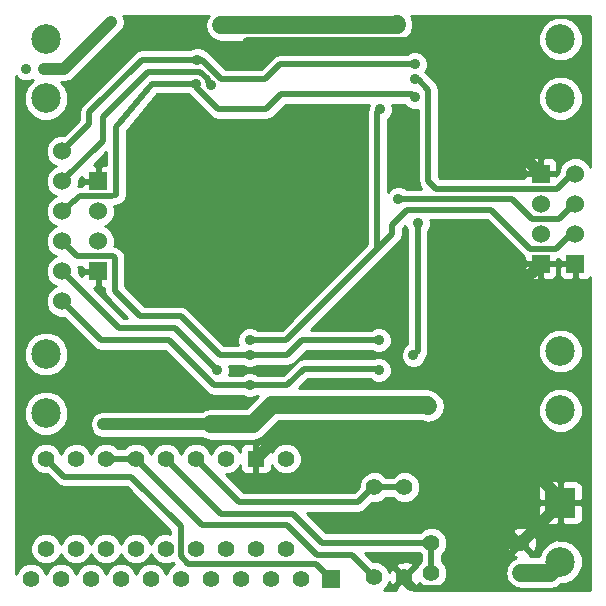
<source format=gbl>
G04 (created by PCBNEW (2013-mar-13)-testing) date Thu 06 Mar 2014 12:46:27 CET*
%MOIN*%
G04 Gerber Fmt 3.4, Leading zero omitted, Abs format*
%FSLAX34Y34*%
G01*
G70*
G90*
G04 APERTURE LIST*
%ADD10C,0.005906*%
%ADD11C,0.055000*%
%ADD12R,0.055000X0.055000*%
%ADD13R,0.060000X0.060000*%
%ADD14C,0.060000*%
%ADD15C,0.098425*%
%ADD16R,0.098425X0.098425*%
%ADD17C,0.035000*%
%ADD18C,0.019685*%
%ADD19C,0.039370*%
%ADD20C,0.059055*%
%ADD21C,0.010000*%
G04 APERTURE END LIST*
G54D10*
G54D11*
X37250Y-34000D03*
G54D12*
X36250Y-34000D03*
G54D11*
X35250Y-34000D03*
X34250Y-34000D03*
X33250Y-34000D03*
X32250Y-34000D03*
X31250Y-34000D03*
X30250Y-34000D03*
X29250Y-34000D03*
X29250Y-37000D03*
X30250Y-37000D03*
X31250Y-37000D03*
X32250Y-37000D03*
X33250Y-37000D03*
X34250Y-37000D03*
X35250Y-37000D03*
X36250Y-37000D03*
X37250Y-37000D03*
X37750Y-38000D03*
X36750Y-38000D03*
X35750Y-38000D03*
X34750Y-38000D03*
X33750Y-38000D03*
X32750Y-38000D03*
X31750Y-38000D03*
X30750Y-38000D03*
X29750Y-38000D03*
X28750Y-38000D03*
G54D13*
X46900Y-27500D03*
G54D14*
X46900Y-26500D03*
G54D11*
X42100Y-37800D03*
X45100Y-37800D03*
X42100Y-36800D03*
X45100Y-36800D03*
X41200Y-34950D03*
X41200Y-37950D03*
X40200Y-37950D03*
X40200Y-34950D03*
G54D15*
X29250Y-32484D03*
X29250Y-30515D03*
X46400Y-30415D03*
X46400Y-32384D03*
X46400Y-20015D03*
X46400Y-21984D03*
X29250Y-21984D03*
X29250Y-20015D03*
G54D14*
X46900Y-24500D03*
X46900Y-25500D03*
X29800Y-23750D03*
X29800Y-24750D03*
X29800Y-25750D03*
X29800Y-26750D03*
X29800Y-27750D03*
X29800Y-28750D03*
G54D13*
X45750Y-24500D03*
G54D14*
X45750Y-25500D03*
X45750Y-26500D03*
G54D13*
X45750Y-27500D03*
X31000Y-27750D03*
G54D14*
X31000Y-26750D03*
X31000Y-25750D03*
G54D13*
X31000Y-24750D03*
G54D16*
X46400Y-35465D03*
G54D15*
X46400Y-37434D03*
G54D13*
X38750Y-38000D03*
G54D17*
X40400Y-22350D03*
X36050Y-30050D03*
X41600Y-24850D03*
X39650Y-26200D03*
X36650Y-26200D03*
X36000Y-20150D03*
X41700Y-20150D03*
X40850Y-33150D03*
X34950Y-31050D03*
X41500Y-30550D03*
X41650Y-26150D03*
X41000Y-25350D03*
X36050Y-30550D03*
X40350Y-30050D03*
X36050Y-31550D03*
X40350Y-31050D03*
X41550Y-21350D03*
X34750Y-21550D03*
X34250Y-21500D03*
X41550Y-21950D03*
X41550Y-20850D03*
X34300Y-20700D03*
X29867Y-21000D03*
X31433Y-19433D03*
X29200Y-21000D03*
X28600Y-21000D03*
X40950Y-19500D03*
X35100Y-19550D03*
X42000Y-32250D03*
X31150Y-32850D03*
X34750Y-32850D03*
G54D18*
X46900Y-26500D02*
X46750Y-26500D01*
X46750Y-26500D02*
X46250Y-27000D01*
X46250Y-27000D02*
X45400Y-27000D01*
X45400Y-27000D02*
X44100Y-25700D01*
X44100Y-25700D02*
X41300Y-25700D01*
X41300Y-25700D02*
X40800Y-26200D01*
X40800Y-26200D02*
X40800Y-26500D01*
X40800Y-26500D02*
X40300Y-27000D01*
X40400Y-22350D02*
X40300Y-22450D01*
X40300Y-22450D02*
X40300Y-27000D01*
X40300Y-27000D02*
X37250Y-30050D01*
X37250Y-30050D02*
X36050Y-30050D01*
G54D19*
X39650Y-26200D02*
X36650Y-26200D01*
X41700Y-20150D02*
X36000Y-20150D01*
X44900Y-23650D02*
X45750Y-24500D01*
X43400Y-23650D02*
X44900Y-23650D01*
X42800Y-23050D02*
X43400Y-23650D01*
X42800Y-21250D02*
X42800Y-23050D01*
X41700Y-20150D02*
X42800Y-21250D01*
X46400Y-35465D02*
X46400Y-35300D01*
X45100Y-28150D02*
X45750Y-27500D01*
X45100Y-34000D02*
X45100Y-28150D01*
X46400Y-35300D02*
X45100Y-34000D01*
X40950Y-33100D02*
X41000Y-33150D01*
X40900Y-33100D02*
X40950Y-33100D01*
X40850Y-33150D02*
X40900Y-33100D01*
X45100Y-36800D02*
X44650Y-36800D01*
X37100Y-33150D02*
X36250Y-34000D01*
X41000Y-33150D02*
X37100Y-33150D01*
X44650Y-36800D02*
X41000Y-33150D01*
G54D18*
X41200Y-37950D02*
X41200Y-38100D01*
X43600Y-38300D02*
X45100Y-36800D01*
X41400Y-38300D02*
X43600Y-38300D01*
X41200Y-38100D02*
X41400Y-38300D01*
G54D19*
X46400Y-35465D02*
X46400Y-35500D01*
X46400Y-35500D02*
X45100Y-36800D01*
G54D18*
X42100Y-36800D02*
X38450Y-36800D01*
X35100Y-35850D02*
X33250Y-34000D01*
X37500Y-35850D02*
X35100Y-35850D01*
X38450Y-36800D02*
X37500Y-35850D01*
X42100Y-37800D02*
X42100Y-36800D01*
X31700Y-29650D02*
X29800Y-27750D01*
X33550Y-29650D02*
X31700Y-29650D01*
X34950Y-31050D02*
X33550Y-29650D01*
X41500Y-30550D02*
X41650Y-30400D01*
X41650Y-30400D02*
X41650Y-26150D01*
X41000Y-25350D02*
X44800Y-25350D01*
X44800Y-25350D02*
X45450Y-26000D01*
X45450Y-26000D02*
X46350Y-26000D01*
X46350Y-26000D02*
X46850Y-25500D01*
X46850Y-25500D02*
X46900Y-25500D01*
X36050Y-30550D02*
X35050Y-30550D01*
X30300Y-27250D02*
X29800Y-26750D01*
X31500Y-27250D02*
X30300Y-27250D01*
X31550Y-27300D02*
X31500Y-27250D01*
X31550Y-28400D02*
X31550Y-27300D01*
X32400Y-29250D02*
X31550Y-28400D01*
X33750Y-29250D02*
X32400Y-29250D01*
X35050Y-30550D02*
X33750Y-29250D01*
X37300Y-30550D02*
X36050Y-30550D01*
X37800Y-30050D02*
X37300Y-30550D01*
X40350Y-30050D02*
X37800Y-30050D01*
X36050Y-31550D02*
X34850Y-31550D01*
X31100Y-30050D02*
X29800Y-28750D01*
X33350Y-30050D02*
X31100Y-30050D01*
X34850Y-31550D02*
X33350Y-30050D01*
X37300Y-31550D02*
X36050Y-31550D01*
X37850Y-31000D02*
X37300Y-31550D01*
X40300Y-31000D02*
X37850Y-31000D01*
X40350Y-31050D02*
X40300Y-31000D01*
X46900Y-24500D02*
X46800Y-24500D01*
X41650Y-21350D02*
X41550Y-21350D01*
X42000Y-21700D02*
X41650Y-21350D01*
X42000Y-24750D02*
X42000Y-21700D01*
X42250Y-25000D02*
X42000Y-24750D01*
X46300Y-25000D02*
X42250Y-25000D01*
X46800Y-24500D02*
X46300Y-25000D01*
X29800Y-24750D02*
X31150Y-23400D01*
X31150Y-22600D02*
X31150Y-23400D01*
X32650Y-21100D02*
X31150Y-22600D01*
X34400Y-21100D02*
X32650Y-21100D01*
X34650Y-21350D02*
X34400Y-21100D01*
X34650Y-21450D02*
X34650Y-21350D01*
X34650Y-21450D02*
X34750Y-21550D01*
X34250Y-21500D02*
X32800Y-21500D01*
X30400Y-25250D02*
X29800Y-25750D01*
X31400Y-25250D02*
X30400Y-25250D01*
X31600Y-25200D02*
X31400Y-25250D01*
X31600Y-22950D02*
X31600Y-25200D01*
X32800Y-21500D02*
X31600Y-22950D01*
X34250Y-21500D02*
X34250Y-21600D01*
X34250Y-21600D02*
X34250Y-21500D01*
X41550Y-21950D02*
X41450Y-21850D01*
X41450Y-21850D02*
X37100Y-21850D01*
X37100Y-21850D02*
X36600Y-22350D01*
X36600Y-22350D02*
X35000Y-22350D01*
X35000Y-22350D02*
X34250Y-21600D01*
X34250Y-21600D02*
X34250Y-21500D01*
X34450Y-20700D02*
X34300Y-20700D01*
X35100Y-21350D02*
X34450Y-20700D01*
X36550Y-21350D02*
X35100Y-21350D01*
X37050Y-20850D02*
X36550Y-21350D01*
X41550Y-20850D02*
X37050Y-20850D01*
X30700Y-22850D02*
X29800Y-23750D01*
X30700Y-22450D02*
X30700Y-22850D01*
X32450Y-20700D02*
X30700Y-22450D01*
X34300Y-20700D02*
X32450Y-20700D01*
X31250Y-34000D02*
X32250Y-34000D01*
X32250Y-34000D02*
X34450Y-36200D01*
X34450Y-36200D02*
X37300Y-36200D01*
X37300Y-36200D02*
X38300Y-37200D01*
X38300Y-37200D02*
X39450Y-37200D01*
X39450Y-37200D02*
X40200Y-37950D01*
X40200Y-34950D02*
X40150Y-34950D01*
X35700Y-35450D02*
X34250Y-34000D01*
X39650Y-35450D02*
X35700Y-35450D01*
X40150Y-34950D02*
X39650Y-35450D01*
X41200Y-34950D02*
X40200Y-34950D01*
G54D20*
X35100Y-19550D02*
X40942Y-19550D01*
X40942Y-19550D02*
X40950Y-19557D01*
X40950Y-19557D02*
X40950Y-19500D01*
G54D19*
X29200Y-21000D02*
X29867Y-21000D01*
X31433Y-19433D02*
X29867Y-21000D01*
X29867Y-21000D02*
X29200Y-21000D01*
X40950Y-19500D02*
X40900Y-19550D01*
X40900Y-19550D02*
X35100Y-19550D01*
G54D20*
X36150Y-32850D02*
X34750Y-32850D01*
X36800Y-32200D02*
X36150Y-32850D01*
X41950Y-32200D02*
X36800Y-32200D01*
X42000Y-32250D02*
X41950Y-32200D01*
X46400Y-37434D02*
X46400Y-37450D01*
X46400Y-37450D02*
X46050Y-37800D01*
X46050Y-37800D02*
X45100Y-37800D01*
G54D19*
X31150Y-32850D02*
X31200Y-32850D01*
X34750Y-32850D02*
X31200Y-32850D01*
X46050Y-37800D02*
X45100Y-37800D01*
X46400Y-37450D02*
X46050Y-37800D01*
G54D18*
X38750Y-38000D02*
X38250Y-37500D01*
X29850Y-34600D02*
X29250Y-34000D01*
X32100Y-34600D02*
X29850Y-34600D01*
X33750Y-36250D02*
X32100Y-34600D01*
X33750Y-37250D02*
X33750Y-36250D01*
X34000Y-37500D02*
X33750Y-37250D01*
X38250Y-37500D02*
X34000Y-37500D01*
G54D10*
G36*
X31251Y-24200D02*
X31250Y-24200D01*
X31112Y-24200D01*
X31050Y-24262D01*
X31050Y-24700D01*
X31057Y-24700D01*
X31057Y-24800D01*
X31050Y-24800D01*
X31050Y-24807D01*
X30950Y-24807D01*
X30950Y-24800D01*
X30512Y-24800D01*
X30450Y-24862D01*
X30450Y-24901D01*
X30400Y-24901D01*
X30348Y-24911D01*
X30327Y-24914D01*
X30349Y-24859D01*
X30350Y-24692D01*
X30450Y-24592D01*
X30450Y-24637D01*
X30512Y-24700D01*
X30950Y-24700D01*
X30950Y-24262D01*
X30887Y-24200D01*
X30842Y-24200D01*
X31251Y-23791D01*
X31251Y-24200D01*
X31251Y-24200D01*
G37*
G54D21*
X31251Y-24200D02*
X31250Y-24200D01*
X31112Y-24200D01*
X31050Y-24262D01*
X31050Y-24700D01*
X31057Y-24700D01*
X31057Y-24800D01*
X31050Y-24800D01*
X31050Y-24807D01*
X30950Y-24807D01*
X30950Y-24800D01*
X30512Y-24800D01*
X30450Y-24862D01*
X30450Y-24901D01*
X30400Y-24901D01*
X30348Y-24911D01*
X30327Y-24914D01*
X30349Y-24859D01*
X30350Y-24692D01*
X30450Y-24592D01*
X30450Y-24637D01*
X30512Y-24700D01*
X30950Y-24700D01*
X30950Y-24262D01*
X30887Y-24200D01*
X30842Y-24200D01*
X31251Y-23791D01*
X31251Y-24200D01*
G54D10*
G36*
X31958Y-29301D02*
X31844Y-29301D01*
X30842Y-28300D01*
X30887Y-28300D01*
X30950Y-28237D01*
X30950Y-27800D01*
X30512Y-27800D01*
X30450Y-27862D01*
X30450Y-27907D01*
X30349Y-27807D01*
X30350Y-27641D01*
X30332Y-27598D01*
X30450Y-27598D01*
X30450Y-27637D01*
X30512Y-27700D01*
X30950Y-27700D01*
X30950Y-27692D01*
X31050Y-27692D01*
X31050Y-27700D01*
X31057Y-27700D01*
X31057Y-27800D01*
X31050Y-27800D01*
X31050Y-28237D01*
X31112Y-28300D01*
X31201Y-28300D01*
X31201Y-28399D01*
X31201Y-28400D01*
X31223Y-28511D01*
X31228Y-28533D01*
X31303Y-28646D01*
X31958Y-29301D01*
X31958Y-29301D01*
G37*
G54D21*
X31958Y-29301D02*
X31844Y-29301D01*
X30842Y-28300D01*
X30887Y-28300D01*
X30950Y-28237D01*
X30950Y-27800D01*
X30512Y-27800D01*
X30450Y-27862D01*
X30450Y-27907D01*
X30349Y-27807D01*
X30350Y-27641D01*
X30332Y-27598D01*
X30450Y-27598D01*
X30450Y-27637D01*
X30512Y-27700D01*
X30950Y-27700D01*
X30950Y-27692D01*
X31050Y-27692D01*
X31050Y-27700D01*
X31057Y-27700D01*
X31057Y-27800D01*
X31050Y-27800D01*
X31050Y-28237D01*
X31112Y-28300D01*
X31201Y-28300D01*
X31201Y-28399D01*
X31201Y-28400D01*
X31223Y-28511D01*
X31228Y-28533D01*
X31303Y-28646D01*
X31958Y-29301D01*
G54D10*
G36*
X40002Y-22198D02*
X39975Y-22265D01*
X39975Y-22332D01*
X39973Y-22338D01*
X39951Y-22450D01*
X39951Y-22450D01*
X39951Y-26855D01*
X37105Y-29701D01*
X36302Y-29701D01*
X36291Y-29689D01*
X36134Y-29625D01*
X35965Y-29624D01*
X35809Y-29689D01*
X35689Y-29808D01*
X35625Y-29965D01*
X35624Y-30134D01*
X35652Y-30201D01*
X35194Y-30201D01*
X33996Y-29003D01*
X33883Y-28928D01*
X33861Y-28923D01*
X33750Y-28901D01*
X33749Y-28901D01*
X32544Y-28901D01*
X31898Y-28255D01*
X31898Y-27300D01*
X31898Y-27300D01*
X31898Y-27300D01*
X31871Y-27166D01*
X31796Y-27053D01*
X31796Y-27053D01*
X31746Y-27003D01*
X31633Y-26928D01*
X31611Y-26923D01*
X31530Y-26907D01*
X31549Y-26859D01*
X31550Y-26641D01*
X31466Y-26438D01*
X31311Y-26284D01*
X31230Y-26250D01*
X31311Y-26216D01*
X31465Y-26061D01*
X31549Y-25859D01*
X31550Y-25641D01*
X31524Y-25578D01*
X31684Y-25538D01*
X31707Y-25526D01*
X31733Y-25521D01*
X31768Y-25498D01*
X31807Y-25479D01*
X31824Y-25460D01*
X31846Y-25446D01*
X31870Y-25410D01*
X31898Y-25379D01*
X31907Y-25354D01*
X31921Y-25333D01*
X31930Y-25291D01*
X31944Y-25251D01*
X31943Y-25225D01*
X31948Y-25200D01*
X31948Y-23075D01*
X32963Y-21848D01*
X33997Y-21848D01*
X34008Y-21860D01*
X34023Y-21866D01*
X34753Y-22596D01*
X34753Y-22596D01*
X34753Y-22596D01*
X34866Y-22671D01*
X34866Y-22671D01*
X34888Y-22676D01*
X35000Y-22698D01*
X35000Y-22698D01*
X35000Y-22698D01*
X36599Y-22698D01*
X36600Y-22698D01*
X36600Y-22698D01*
X36711Y-22676D01*
X36733Y-22671D01*
X36733Y-22671D01*
X36846Y-22596D01*
X37244Y-22198D01*
X40002Y-22198D01*
X40002Y-22198D01*
G37*
G54D21*
X40002Y-22198D02*
X39975Y-22265D01*
X39975Y-22332D01*
X39973Y-22338D01*
X39951Y-22450D01*
X39951Y-22450D01*
X39951Y-26855D01*
X37105Y-29701D01*
X36302Y-29701D01*
X36291Y-29689D01*
X36134Y-29625D01*
X35965Y-29624D01*
X35809Y-29689D01*
X35689Y-29808D01*
X35625Y-29965D01*
X35624Y-30134D01*
X35652Y-30201D01*
X35194Y-30201D01*
X33996Y-29003D01*
X33883Y-28928D01*
X33861Y-28923D01*
X33750Y-28901D01*
X33749Y-28901D01*
X32544Y-28901D01*
X31898Y-28255D01*
X31898Y-27300D01*
X31898Y-27300D01*
X31898Y-27300D01*
X31871Y-27166D01*
X31796Y-27053D01*
X31796Y-27053D01*
X31746Y-27003D01*
X31633Y-26928D01*
X31611Y-26923D01*
X31530Y-26907D01*
X31549Y-26859D01*
X31550Y-26641D01*
X31466Y-26438D01*
X31311Y-26284D01*
X31230Y-26250D01*
X31311Y-26216D01*
X31465Y-26061D01*
X31549Y-25859D01*
X31550Y-25641D01*
X31524Y-25578D01*
X31684Y-25538D01*
X31707Y-25526D01*
X31733Y-25521D01*
X31768Y-25498D01*
X31807Y-25479D01*
X31824Y-25460D01*
X31846Y-25446D01*
X31870Y-25410D01*
X31898Y-25379D01*
X31907Y-25354D01*
X31921Y-25333D01*
X31930Y-25291D01*
X31944Y-25251D01*
X31943Y-25225D01*
X31948Y-25200D01*
X31948Y-23075D01*
X32963Y-21848D01*
X33997Y-21848D01*
X34008Y-21860D01*
X34023Y-21866D01*
X34753Y-22596D01*
X34753Y-22596D01*
X34753Y-22596D01*
X34866Y-22671D01*
X34866Y-22671D01*
X34888Y-22676D01*
X35000Y-22698D01*
X35000Y-22698D01*
X35000Y-22698D01*
X36599Y-22698D01*
X36600Y-22698D01*
X36600Y-22698D01*
X36711Y-22676D01*
X36733Y-22671D01*
X36733Y-22671D01*
X36846Y-22596D01*
X37244Y-22198D01*
X40002Y-22198D01*
G54D10*
G36*
X41758Y-25001D02*
X41252Y-25001D01*
X41241Y-24989D01*
X41084Y-24925D01*
X40915Y-24924D01*
X40759Y-24989D01*
X40648Y-25100D01*
X40648Y-22702D01*
X40760Y-22591D01*
X40824Y-22434D01*
X40825Y-22265D01*
X40797Y-22198D01*
X41197Y-22198D01*
X41308Y-22310D01*
X41465Y-22374D01*
X41634Y-22375D01*
X41651Y-22367D01*
X41651Y-24749D01*
X41651Y-24750D01*
X41673Y-24861D01*
X41678Y-24883D01*
X41753Y-24996D01*
X41758Y-25001D01*
X41758Y-25001D01*
G37*
G54D21*
X41758Y-25001D02*
X41252Y-25001D01*
X41241Y-24989D01*
X41084Y-24925D01*
X40915Y-24924D01*
X40759Y-24989D01*
X40648Y-25100D01*
X40648Y-22702D01*
X40760Y-22591D01*
X40824Y-22434D01*
X40825Y-22265D01*
X40797Y-22198D01*
X41197Y-22198D01*
X41308Y-22310D01*
X41465Y-22374D01*
X41634Y-22375D01*
X41651Y-22367D01*
X41651Y-24749D01*
X41651Y-24750D01*
X41673Y-24861D01*
X41678Y-24883D01*
X41753Y-24996D01*
X41758Y-25001D01*
G54D10*
G36*
X47396Y-38377D02*
X47142Y-38377D01*
X47142Y-37287D01*
X47142Y-32237D01*
X47142Y-30268D01*
X47029Y-29995D01*
X46850Y-29816D01*
X46850Y-27987D01*
X46850Y-27550D01*
X46412Y-27550D01*
X46350Y-27612D01*
X46350Y-27849D01*
X46388Y-27941D01*
X46458Y-28011D01*
X46550Y-28050D01*
X46649Y-28050D01*
X46787Y-28050D01*
X46850Y-27987D01*
X46850Y-29816D01*
X46820Y-29786D01*
X46548Y-29673D01*
X46300Y-29673D01*
X46300Y-27849D01*
X46300Y-27612D01*
X46237Y-27550D01*
X45800Y-27550D01*
X45800Y-27987D01*
X45862Y-28050D01*
X46000Y-28050D01*
X46099Y-28050D01*
X46191Y-28011D01*
X46261Y-27941D01*
X46300Y-27849D01*
X46300Y-29673D01*
X46253Y-29673D01*
X45980Y-29786D01*
X45771Y-29994D01*
X45700Y-30166D01*
X45700Y-27987D01*
X45700Y-27550D01*
X45262Y-27550D01*
X45200Y-27612D01*
X45200Y-27849D01*
X45238Y-27941D01*
X45308Y-28011D01*
X45400Y-28050D01*
X45499Y-28050D01*
X45637Y-28050D01*
X45700Y-27987D01*
X45700Y-30166D01*
X45658Y-30267D01*
X45657Y-30562D01*
X45770Y-30835D01*
X45979Y-31044D01*
X46251Y-31157D01*
X46546Y-31158D01*
X46819Y-31045D01*
X47028Y-30836D01*
X47141Y-30564D01*
X47142Y-30268D01*
X47142Y-32237D01*
X47029Y-31964D01*
X46820Y-31755D01*
X46548Y-31642D01*
X46253Y-31641D01*
X45980Y-31754D01*
X45771Y-31963D01*
X45658Y-32235D01*
X45657Y-32531D01*
X45770Y-32804D01*
X45979Y-33013D01*
X46251Y-33126D01*
X46546Y-33126D01*
X46819Y-33013D01*
X47028Y-32805D01*
X47141Y-32532D01*
X47142Y-32237D01*
X47142Y-37287D01*
X47142Y-37286D01*
X47142Y-36007D01*
X47142Y-35578D01*
X47142Y-35353D01*
X47142Y-34923D01*
X47104Y-34832D01*
X47033Y-34761D01*
X46941Y-34723D01*
X46842Y-34723D01*
X46512Y-34723D01*
X46450Y-34786D01*
X46450Y-35415D01*
X47079Y-35415D01*
X47142Y-35353D01*
X47142Y-35578D01*
X47079Y-35515D01*
X46450Y-35515D01*
X46450Y-36145D01*
X46512Y-36207D01*
X46842Y-36207D01*
X46941Y-36207D01*
X47033Y-36169D01*
X47104Y-36099D01*
X47142Y-36007D01*
X47142Y-37286D01*
X47029Y-37014D01*
X46820Y-36805D01*
X46548Y-36692D01*
X46350Y-36692D01*
X46350Y-36145D01*
X46350Y-35515D01*
X46350Y-35415D01*
X46350Y-34786D01*
X46287Y-34723D01*
X45957Y-34723D01*
X45858Y-34723D01*
X45766Y-34761D01*
X45695Y-34832D01*
X45657Y-34923D01*
X45657Y-35353D01*
X45720Y-35415D01*
X46350Y-35415D01*
X46350Y-35515D01*
X45720Y-35515D01*
X45657Y-35578D01*
X45657Y-36007D01*
X45695Y-36099D01*
X45766Y-36169D01*
X45858Y-36207D01*
X45957Y-36207D01*
X46287Y-36207D01*
X46350Y-36145D01*
X46350Y-36692D01*
X46253Y-36691D01*
X45980Y-36804D01*
X45771Y-37013D01*
X45670Y-37254D01*
X45629Y-37254D01*
X45629Y-36875D01*
X45618Y-36667D01*
X45560Y-36527D01*
X45467Y-36502D01*
X45397Y-36573D01*
X45397Y-36432D01*
X45372Y-36339D01*
X45175Y-36270D01*
X44967Y-36281D01*
X44827Y-36339D01*
X44802Y-36432D01*
X45100Y-36729D01*
X45397Y-36432D01*
X45397Y-36573D01*
X45170Y-36800D01*
X45467Y-37097D01*
X45560Y-37072D01*
X45629Y-36875D01*
X45629Y-37254D01*
X45374Y-37254D01*
X45397Y-37167D01*
X45100Y-36870D01*
X45029Y-36941D01*
X45029Y-36800D01*
X44732Y-36502D01*
X44639Y-36527D01*
X44570Y-36724D01*
X44581Y-36932D01*
X44639Y-37072D01*
X44732Y-37097D01*
X45029Y-36800D01*
X45029Y-36941D01*
X44802Y-37167D01*
X44827Y-37260D01*
X44915Y-37291D01*
X44891Y-37296D01*
X44805Y-37353D01*
X44803Y-37354D01*
X44801Y-37356D01*
X44714Y-37414D01*
X44656Y-37500D01*
X44655Y-37502D01*
X44654Y-37504D01*
X44596Y-37591D01*
X44576Y-37692D01*
X44575Y-37695D01*
X44575Y-37697D01*
X44554Y-37800D01*
X44574Y-37901D01*
X44574Y-37903D01*
X44575Y-37906D01*
X44596Y-38008D01*
X44653Y-38094D01*
X44654Y-38097D01*
X44656Y-38098D01*
X44714Y-38185D01*
X44800Y-38243D01*
X44802Y-38244D01*
X44804Y-38245D01*
X44891Y-38303D01*
X44992Y-38323D01*
X44995Y-38324D01*
X44997Y-38324D01*
X45100Y-38345D01*
X46050Y-38345D01*
X46258Y-38303D01*
X46258Y-38303D01*
X46435Y-38185D01*
X46444Y-38176D01*
X46546Y-38176D01*
X46819Y-38063D01*
X47028Y-37855D01*
X47141Y-37582D01*
X47142Y-37287D01*
X47142Y-38377D01*
X41481Y-38377D01*
X41497Y-38317D01*
X41200Y-38020D01*
X40902Y-38317D01*
X40918Y-38377D01*
X40514Y-38377D01*
X40644Y-38247D01*
X40697Y-38121D01*
X40739Y-38222D01*
X40832Y-38247D01*
X41129Y-37950D01*
X40832Y-37652D01*
X40739Y-37677D01*
X40700Y-37787D01*
X40645Y-37653D01*
X40497Y-37505D01*
X40304Y-37425D01*
X40167Y-37424D01*
X39891Y-37148D01*
X41706Y-37148D01*
X41751Y-37194D01*
X41751Y-37406D01*
X41655Y-37502D01*
X41590Y-37658D01*
X41567Y-37652D01*
X41497Y-37723D01*
X41497Y-37582D01*
X41472Y-37489D01*
X41275Y-37420D01*
X41067Y-37431D01*
X40927Y-37489D01*
X40902Y-37582D01*
X41200Y-37879D01*
X41497Y-37582D01*
X41497Y-37723D01*
X41270Y-37950D01*
X41567Y-38247D01*
X41660Y-38222D01*
X41691Y-38134D01*
X41802Y-38244D01*
X41995Y-38324D01*
X42203Y-38325D01*
X42397Y-38245D01*
X42544Y-38097D01*
X42624Y-37904D01*
X42625Y-37696D01*
X42545Y-37503D01*
X42448Y-37405D01*
X42448Y-37193D01*
X42544Y-37097D01*
X42624Y-36904D01*
X42625Y-36696D01*
X42545Y-36503D01*
X42397Y-36355D01*
X42204Y-36275D01*
X41996Y-36274D01*
X41803Y-36354D01*
X41705Y-36451D01*
X38594Y-36451D01*
X37941Y-35798D01*
X39649Y-35798D01*
X39650Y-35798D01*
X39650Y-35798D01*
X39761Y-35776D01*
X39783Y-35771D01*
X39783Y-35771D01*
X39896Y-35696D01*
X40117Y-35474D01*
X40303Y-35475D01*
X40497Y-35395D01*
X40594Y-35298D01*
X40806Y-35298D01*
X40902Y-35394D01*
X41095Y-35474D01*
X41303Y-35475D01*
X41497Y-35395D01*
X41644Y-35247D01*
X41724Y-35054D01*
X41725Y-34846D01*
X41645Y-34653D01*
X41497Y-34505D01*
X41304Y-34425D01*
X41096Y-34424D01*
X40903Y-34504D01*
X40805Y-34601D01*
X40593Y-34601D01*
X40497Y-34505D01*
X40304Y-34425D01*
X40096Y-34424D01*
X39903Y-34504D01*
X39755Y-34652D01*
X39675Y-34845D01*
X39675Y-34932D01*
X39505Y-35101D01*
X37775Y-35101D01*
X37775Y-33896D01*
X37695Y-33703D01*
X37547Y-33555D01*
X37354Y-33475D01*
X37146Y-33474D01*
X36953Y-33554D01*
X36805Y-33702D01*
X36775Y-33774D01*
X36775Y-33774D01*
X36775Y-33675D01*
X36736Y-33583D01*
X36666Y-33513D01*
X36574Y-33475D01*
X36362Y-33475D01*
X36300Y-33537D01*
X36300Y-33950D01*
X36307Y-33950D01*
X36307Y-34050D01*
X36300Y-34050D01*
X36300Y-34462D01*
X36362Y-34525D01*
X36574Y-34525D01*
X36666Y-34486D01*
X36736Y-34416D01*
X36775Y-34324D01*
X36775Y-34225D01*
X36775Y-34225D01*
X36804Y-34297D01*
X36952Y-34444D01*
X37145Y-34524D01*
X37353Y-34525D01*
X37547Y-34445D01*
X37694Y-34297D01*
X37774Y-34104D01*
X37775Y-33896D01*
X37775Y-35101D01*
X35844Y-35101D01*
X35267Y-34525D01*
X35353Y-34525D01*
X35547Y-34445D01*
X35694Y-34297D01*
X35725Y-34225D01*
X35725Y-34225D01*
X35725Y-34324D01*
X35763Y-34416D01*
X35833Y-34486D01*
X35925Y-34525D01*
X36137Y-34525D01*
X36200Y-34462D01*
X36200Y-34050D01*
X36192Y-34050D01*
X36192Y-33950D01*
X36200Y-33950D01*
X36200Y-33537D01*
X36137Y-33475D01*
X35925Y-33475D01*
X35833Y-33513D01*
X35763Y-33583D01*
X35725Y-33675D01*
X35725Y-33774D01*
X35725Y-33774D01*
X35695Y-33703D01*
X35547Y-33555D01*
X35354Y-33475D01*
X35146Y-33474D01*
X34953Y-33554D01*
X34805Y-33702D01*
X34749Y-33835D01*
X34695Y-33703D01*
X34547Y-33555D01*
X34354Y-33475D01*
X34146Y-33474D01*
X33953Y-33554D01*
X33805Y-33702D01*
X33749Y-33835D01*
X33695Y-33703D01*
X33547Y-33555D01*
X33354Y-33475D01*
X33146Y-33474D01*
X32953Y-33554D01*
X32805Y-33702D01*
X32749Y-33835D01*
X32695Y-33703D01*
X32547Y-33555D01*
X32354Y-33475D01*
X32146Y-33474D01*
X31953Y-33554D01*
X31855Y-33651D01*
X31643Y-33651D01*
X31547Y-33555D01*
X31354Y-33475D01*
X31146Y-33474D01*
X30953Y-33554D01*
X30805Y-33702D01*
X30749Y-33835D01*
X30695Y-33703D01*
X30547Y-33555D01*
X30354Y-33475D01*
X30146Y-33474D01*
X29992Y-33538D01*
X29992Y-32337D01*
X29992Y-30368D01*
X29879Y-30095D01*
X29670Y-29886D01*
X29398Y-29773D01*
X29103Y-29773D01*
X28830Y-29886D01*
X28621Y-30094D01*
X28508Y-30367D01*
X28507Y-30662D01*
X28620Y-30935D01*
X28829Y-31144D01*
X29101Y-31257D01*
X29396Y-31258D01*
X29669Y-31145D01*
X29878Y-30936D01*
X29991Y-30664D01*
X29992Y-30368D01*
X29992Y-32337D01*
X29879Y-32064D01*
X29670Y-31855D01*
X29398Y-31742D01*
X29103Y-31741D01*
X28830Y-31854D01*
X28621Y-32063D01*
X28508Y-32335D01*
X28507Y-32631D01*
X28620Y-32904D01*
X28829Y-33113D01*
X29101Y-33226D01*
X29396Y-33226D01*
X29669Y-33113D01*
X29878Y-32905D01*
X29991Y-32632D01*
X29992Y-32337D01*
X29992Y-33538D01*
X29953Y-33554D01*
X29805Y-33702D01*
X29749Y-33835D01*
X29695Y-33703D01*
X29547Y-33555D01*
X29354Y-33475D01*
X29146Y-33474D01*
X28953Y-33554D01*
X28805Y-33702D01*
X28725Y-33895D01*
X28724Y-34103D01*
X28804Y-34297D01*
X28952Y-34444D01*
X29145Y-34524D01*
X29282Y-34525D01*
X29603Y-34846D01*
X29603Y-34846D01*
X29716Y-34921D01*
X29850Y-34948D01*
X31955Y-34948D01*
X33401Y-36394D01*
X33401Y-36494D01*
X33354Y-36475D01*
X33146Y-36474D01*
X32953Y-36554D01*
X32805Y-36702D01*
X32749Y-36835D01*
X32695Y-36703D01*
X32547Y-36555D01*
X32354Y-36475D01*
X32146Y-36474D01*
X31953Y-36554D01*
X31805Y-36702D01*
X31749Y-36835D01*
X31695Y-36703D01*
X31547Y-36555D01*
X31354Y-36475D01*
X31146Y-36474D01*
X30953Y-36554D01*
X30805Y-36702D01*
X30749Y-36835D01*
X30695Y-36703D01*
X30547Y-36555D01*
X30354Y-36475D01*
X30146Y-36474D01*
X29953Y-36554D01*
X29805Y-36702D01*
X29749Y-36835D01*
X29695Y-36703D01*
X29547Y-36555D01*
X29354Y-36475D01*
X29146Y-36474D01*
X28953Y-36554D01*
X28805Y-36702D01*
X28725Y-36895D01*
X28724Y-37103D01*
X28804Y-37297D01*
X28952Y-37444D01*
X29145Y-37524D01*
X29353Y-37525D01*
X29547Y-37445D01*
X29694Y-37297D01*
X29750Y-37164D01*
X29804Y-37297D01*
X29952Y-37444D01*
X30145Y-37524D01*
X30353Y-37525D01*
X30547Y-37445D01*
X30694Y-37297D01*
X30750Y-37164D01*
X30804Y-37297D01*
X30952Y-37444D01*
X31145Y-37524D01*
X31353Y-37525D01*
X31547Y-37445D01*
X31694Y-37297D01*
X31750Y-37164D01*
X31804Y-37297D01*
X31952Y-37444D01*
X32145Y-37524D01*
X32353Y-37525D01*
X32547Y-37445D01*
X32694Y-37297D01*
X32750Y-37164D01*
X32804Y-37297D01*
X32952Y-37444D01*
X33145Y-37524D01*
X33353Y-37525D01*
X33486Y-37470D01*
X33503Y-37496D01*
X33530Y-37522D01*
X33453Y-37554D01*
X33305Y-37702D01*
X33249Y-37835D01*
X33195Y-37703D01*
X33047Y-37555D01*
X32854Y-37475D01*
X32646Y-37474D01*
X32453Y-37554D01*
X32305Y-37702D01*
X32249Y-37835D01*
X32195Y-37703D01*
X32047Y-37555D01*
X31854Y-37475D01*
X31646Y-37474D01*
X31453Y-37554D01*
X31305Y-37702D01*
X31249Y-37835D01*
X31195Y-37703D01*
X31047Y-37555D01*
X30854Y-37475D01*
X30646Y-37474D01*
X30453Y-37554D01*
X30305Y-37702D01*
X30249Y-37835D01*
X30195Y-37703D01*
X30047Y-37555D01*
X29854Y-37475D01*
X29646Y-37474D01*
X29453Y-37554D01*
X29305Y-37702D01*
X29249Y-37835D01*
X29195Y-37703D01*
X29047Y-37555D01*
X28854Y-37475D01*
X28646Y-37474D01*
X28453Y-37554D01*
X28305Y-37702D01*
X28250Y-37833D01*
X28250Y-21251D01*
X28358Y-21360D01*
X28515Y-21424D01*
X28684Y-21425D01*
X28813Y-21371D01*
X28621Y-21563D01*
X28508Y-21835D01*
X28507Y-22131D01*
X28620Y-22404D01*
X28829Y-22613D01*
X29101Y-22726D01*
X29396Y-22726D01*
X29669Y-22613D01*
X29878Y-22405D01*
X29991Y-22132D01*
X29992Y-21837D01*
X29879Y-21564D01*
X29762Y-21446D01*
X29867Y-21446D01*
X30038Y-21412D01*
X30038Y-21412D01*
X30183Y-21315D01*
X31749Y-19749D01*
X31846Y-19604D01*
X31880Y-19433D01*
X31846Y-19262D01*
X31826Y-19231D01*
X34669Y-19231D01*
X34596Y-19341D01*
X34554Y-19550D01*
X34596Y-19758D01*
X34714Y-19935D01*
X34891Y-20053D01*
X35100Y-20095D01*
X40910Y-20095D01*
X40950Y-20103D01*
X41158Y-20061D01*
X41158Y-20061D01*
X41335Y-19943D01*
X41453Y-19766D01*
X41453Y-19766D01*
X41495Y-19557D01*
X41495Y-19500D01*
X41453Y-19291D01*
X41414Y-19231D01*
X47396Y-19231D01*
X47396Y-24261D01*
X47366Y-24188D01*
X47211Y-24034D01*
X47142Y-24005D01*
X47142Y-21837D01*
X47142Y-19868D01*
X47029Y-19595D01*
X46820Y-19386D01*
X46548Y-19273D01*
X46253Y-19273D01*
X45980Y-19386D01*
X45771Y-19594D01*
X45658Y-19867D01*
X45657Y-20162D01*
X45770Y-20435D01*
X45979Y-20644D01*
X46251Y-20757D01*
X46546Y-20758D01*
X46819Y-20645D01*
X47028Y-20436D01*
X47141Y-20164D01*
X47142Y-19868D01*
X47142Y-21837D01*
X47029Y-21564D01*
X46820Y-21355D01*
X46548Y-21242D01*
X46253Y-21241D01*
X45980Y-21354D01*
X45771Y-21563D01*
X45658Y-21835D01*
X45657Y-22131D01*
X45770Y-22404D01*
X45979Y-22613D01*
X46251Y-22726D01*
X46546Y-22726D01*
X46819Y-22613D01*
X47028Y-22405D01*
X47141Y-22132D01*
X47142Y-21837D01*
X47142Y-24005D01*
X47009Y-23950D01*
X46791Y-23949D01*
X46588Y-24033D01*
X46434Y-24188D01*
X46350Y-24390D01*
X46350Y-24457D01*
X46300Y-24507D01*
X46300Y-24387D01*
X46300Y-24150D01*
X46261Y-24058D01*
X46191Y-23988D01*
X46099Y-23950D01*
X46000Y-23950D01*
X45862Y-23950D01*
X45800Y-24012D01*
X45800Y-24450D01*
X46237Y-24450D01*
X46300Y-24387D01*
X46300Y-24507D01*
X46247Y-24559D01*
X46237Y-24550D01*
X45800Y-24550D01*
X45800Y-24557D01*
X45700Y-24557D01*
X45700Y-24550D01*
X45700Y-24450D01*
X45700Y-24012D01*
X45637Y-23950D01*
X45499Y-23950D01*
X45400Y-23950D01*
X45308Y-23988D01*
X45238Y-24058D01*
X45200Y-24150D01*
X45200Y-24387D01*
X45262Y-24450D01*
X45700Y-24450D01*
X45700Y-24550D01*
X45262Y-24550D01*
X45200Y-24612D01*
X45200Y-24651D01*
X42394Y-24651D01*
X42348Y-24605D01*
X42348Y-21700D01*
X42348Y-21700D01*
X42348Y-21700D01*
X42326Y-21588D01*
X42321Y-21566D01*
X42321Y-21566D01*
X42246Y-21453D01*
X42246Y-21453D01*
X42246Y-21453D01*
X41916Y-21123D01*
X41910Y-21109D01*
X41901Y-21100D01*
X41910Y-21091D01*
X41974Y-20934D01*
X41975Y-20765D01*
X41910Y-20609D01*
X41791Y-20489D01*
X41634Y-20425D01*
X41465Y-20424D01*
X41309Y-20489D01*
X41297Y-20501D01*
X37050Y-20501D01*
X37050Y-20501D01*
X36916Y-20528D01*
X36803Y-20603D01*
X36803Y-20603D01*
X36405Y-21001D01*
X35244Y-21001D01*
X34696Y-20453D01*
X34583Y-20378D01*
X34578Y-20377D01*
X34541Y-20339D01*
X34384Y-20275D01*
X34215Y-20274D01*
X34059Y-20339D01*
X34047Y-20351D01*
X32450Y-20351D01*
X32450Y-20351D01*
X32316Y-20378D01*
X32203Y-20453D01*
X32203Y-20453D01*
X30453Y-22203D01*
X30378Y-22316D01*
X30373Y-22338D01*
X30351Y-22450D01*
X30351Y-22450D01*
X30351Y-22705D01*
X29857Y-23200D01*
X29691Y-23199D01*
X29488Y-23283D01*
X29334Y-23438D01*
X29250Y-23640D01*
X29249Y-23858D01*
X29333Y-24061D01*
X29488Y-24215D01*
X29569Y-24249D01*
X29488Y-24283D01*
X29334Y-24438D01*
X29250Y-24640D01*
X29249Y-24858D01*
X29333Y-25061D01*
X29488Y-25215D01*
X29569Y-25249D01*
X29488Y-25283D01*
X29334Y-25438D01*
X29250Y-25640D01*
X29249Y-25858D01*
X29333Y-26061D01*
X29488Y-26215D01*
X29569Y-26249D01*
X29488Y-26283D01*
X29334Y-26438D01*
X29250Y-26640D01*
X29249Y-26858D01*
X29333Y-27061D01*
X29488Y-27215D01*
X29569Y-27249D01*
X29488Y-27283D01*
X29334Y-27438D01*
X29250Y-27640D01*
X29249Y-27858D01*
X29333Y-28061D01*
X29488Y-28215D01*
X29569Y-28249D01*
X29488Y-28283D01*
X29334Y-28438D01*
X29250Y-28640D01*
X29249Y-28858D01*
X29333Y-29061D01*
X29488Y-29215D01*
X29690Y-29299D01*
X29857Y-29300D01*
X30853Y-30296D01*
X30853Y-30296D01*
X30966Y-30371D01*
X31100Y-30398D01*
X31100Y-30398D01*
X31100Y-30398D01*
X33205Y-30398D01*
X34603Y-31796D01*
X34603Y-31796D01*
X34603Y-31796D01*
X34716Y-31871D01*
X34716Y-31871D01*
X34738Y-31876D01*
X34850Y-31898D01*
X34850Y-31898D01*
X34850Y-31898D01*
X35797Y-31898D01*
X35808Y-31910D01*
X35965Y-31974D01*
X36134Y-31975D01*
X36290Y-31910D01*
X36302Y-31898D01*
X36330Y-31898D01*
X35924Y-32304D01*
X34750Y-32304D01*
X34541Y-32346D01*
X34456Y-32403D01*
X31200Y-32403D01*
X31150Y-32403D01*
X30978Y-32437D01*
X30834Y-32534D01*
X30737Y-32678D01*
X30703Y-32850D01*
X30737Y-33021D01*
X30834Y-33165D01*
X30978Y-33262D01*
X31150Y-33296D01*
X31200Y-33296D01*
X34456Y-33296D01*
X34541Y-33353D01*
X34750Y-33395D01*
X36150Y-33395D01*
X36358Y-33353D01*
X36358Y-33353D01*
X36535Y-33235D01*
X37025Y-32745D01*
X41778Y-32745D01*
X41791Y-32753D01*
X42000Y-32795D01*
X42208Y-32753D01*
X42385Y-32635D01*
X42503Y-32458D01*
X42545Y-32250D01*
X42503Y-32041D01*
X42385Y-31864D01*
X42335Y-31814D01*
X42158Y-31696D01*
X41950Y-31654D01*
X37688Y-31654D01*
X37994Y-31348D01*
X40047Y-31348D01*
X40108Y-31410D01*
X40265Y-31474D01*
X40434Y-31475D01*
X40590Y-31410D01*
X40710Y-31291D01*
X40774Y-31134D01*
X40775Y-30965D01*
X40710Y-30809D01*
X40591Y-30689D01*
X40434Y-30625D01*
X40265Y-30624D01*
X40201Y-30651D01*
X37850Y-30651D01*
X37716Y-30678D01*
X37603Y-30753D01*
X37603Y-30753D01*
X37155Y-31201D01*
X36302Y-31201D01*
X36291Y-31189D01*
X36134Y-31125D01*
X35965Y-31124D01*
X35809Y-31189D01*
X35797Y-31201D01*
X35347Y-31201D01*
X35374Y-31134D01*
X35375Y-30965D01*
X35347Y-30898D01*
X35797Y-30898D01*
X35808Y-30910D01*
X35965Y-30974D01*
X36134Y-30975D01*
X36290Y-30910D01*
X36302Y-30898D01*
X37299Y-30898D01*
X37300Y-30898D01*
X37300Y-30898D01*
X37411Y-30876D01*
X37433Y-30871D01*
X37433Y-30871D01*
X37546Y-30796D01*
X37944Y-30398D01*
X40097Y-30398D01*
X40108Y-30410D01*
X40265Y-30474D01*
X40434Y-30475D01*
X40590Y-30410D01*
X40710Y-30291D01*
X40774Y-30134D01*
X40775Y-29965D01*
X40710Y-29809D01*
X40591Y-29689D01*
X40434Y-29625D01*
X40265Y-29624D01*
X40109Y-29689D01*
X40097Y-29701D01*
X38091Y-29701D01*
X40546Y-27246D01*
X40546Y-27246D01*
X40546Y-27246D01*
X41046Y-26746D01*
X41046Y-26746D01*
X41046Y-26746D01*
X41121Y-26633D01*
X41148Y-26500D01*
X41148Y-26500D01*
X41148Y-26499D01*
X41148Y-26344D01*
X41234Y-26257D01*
X41289Y-26390D01*
X41301Y-26402D01*
X41301Y-30172D01*
X41259Y-30189D01*
X41139Y-30308D01*
X41075Y-30465D01*
X41074Y-30634D01*
X41139Y-30790D01*
X41258Y-30910D01*
X41415Y-30974D01*
X41584Y-30975D01*
X41740Y-30910D01*
X41860Y-30791D01*
X41924Y-30634D01*
X41924Y-30603D01*
X41924Y-30603D01*
X41971Y-30533D01*
X41998Y-30400D01*
X41998Y-26402D01*
X42010Y-26391D01*
X42074Y-26234D01*
X42075Y-26065D01*
X42067Y-26048D01*
X43955Y-26048D01*
X45153Y-27246D01*
X45153Y-27246D01*
X45200Y-27277D01*
X45200Y-27387D01*
X45262Y-27450D01*
X45700Y-27450D01*
X45700Y-27442D01*
X45800Y-27442D01*
X45800Y-27450D01*
X46237Y-27450D01*
X46300Y-27387D01*
X46300Y-27338D01*
X46350Y-27328D01*
X46350Y-27387D01*
X46412Y-27450D01*
X46850Y-27450D01*
X46850Y-27442D01*
X46950Y-27442D01*
X46950Y-27450D01*
X46957Y-27450D01*
X46957Y-27550D01*
X46950Y-27550D01*
X46950Y-27987D01*
X47012Y-28050D01*
X47150Y-28050D01*
X47249Y-28050D01*
X47341Y-28011D01*
X47396Y-27957D01*
X47396Y-38377D01*
X47396Y-38377D01*
G37*
G54D21*
X47396Y-38377D02*
X47142Y-38377D01*
X47142Y-37287D01*
X47142Y-32237D01*
X47142Y-30268D01*
X47029Y-29995D01*
X46850Y-29816D01*
X46850Y-27987D01*
X46850Y-27550D01*
X46412Y-27550D01*
X46350Y-27612D01*
X46350Y-27849D01*
X46388Y-27941D01*
X46458Y-28011D01*
X46550Y-28050D01*
X46649Y-28050D01*
X46787Y-28050D01*
X46850Y-27987D01*
X46850Y-29816D01*
X46820Y-29786D01*
X46548Y-29673D01*
X46300Y-29673D01*
X46300Y-27849D01*
X46300Y-27612D01*
X46237Y-27550D01*
X45800Y-27550D01*
X45800Y-27987D01*
X45862Y-28050D01*
X46000Y-28050D01*
X46099Y-28050D01*
X46191Y-28011D01*
X46261Y-27941D01*
X46300Y-27849D01*
X46300Y-29673D01*
X46253Y-29673D01*
X45980Y-29786D01*
X45771Y-29994D01*
X45700Y-30166D01*
X45700Y-27987D01*
X45700Y-27550D01*
X45262Y-27550D01*
X45200Y-27612D01*
X45200Y-27849D01*
X45238Y-27941D01*
X45308Y-28011D01*
X45400Y-28050D01*
X45499Y-28050D01*
X45637Y-28050D01*
X45700Y-27987D01*
X45700Y-30166D01*
X45658Y-30267D01*
X45657Y-30562D01*
X45770Y-30835D01*
X45979Y-31044D01*
X46251Y-31157D01*
X46546Y-31158D01*
X46819Y-31045D01*
X47028Y-30836D01*
X47141Y-30564D01*
X47142Y-30268D01*
X47142Y-32237D01*
X47029Y-31964D01*
X46820Y-31755D01*
X46548Y-31642D01*
X46253Y-31641D01*
X45980Y-31754D01*
X45771Y-31963D01*
X45658Y-32235D01*
X45657Y-32531D01*
X45770Y-32804D01*
X45979Y-33013D01*
X46251Y-33126D01*
X46546Y-33126D01*
X46819Y-33013D01*
X47028Y-32805D01*
X47141Y-32532D01*
X47142Y-32237D01*
X47142Y-37287D01*
X47142Y-37286D01*
X47142Y-36007D01*
X47142Y-35578D01*
X47142Y-35353D01*
X47142Y-34923D01*
X47104Y-34832D01*
X47033Y-34761D01*
X46941Y-34723D01*
X46842Y-34723D01*
X46512Y-34723D01*
X46450Y-34786D01*
X46450Y-35415D01*
X47079Y-35415D01*
X47142Y-35353D01*
X47142Y-35578D01*
X47079Y-35515D01*
X46450Y-35515D01*
X46450Y-36145D01*
X46512Y-36207D01*
X46842Y-36207D01*
X46941Y-36207D01*
X47033Y-36169D01*
X47104Y-36099D01*
X47142Y-36007D01*
X47142Y-37286D01*
X47029Y-37014D01*
X46820Y-36805D01*
X46548Y-36692D01*
X46350Y-36692D01*
X46350Y-36145D01*
X46350Y-35515D01*
X46350Y-35415D01*
X46350Y-34786D01*
X46287Y-34723D01*
X45957Y-34723D01*
X45858Y-34723D01*
X45766Y-34761D01*
X45695Y-34832D01*
X45657Y-34923D01*
X45657Y-35353D01*
X45720Y-35415D01*
X46350Y-35415D01*
X46350Y-35515D01*
X45720Y-35515D01*
X45657Y-35578D01*
X45657Y-36007D01*
X45695Y-36099D01*
X45766Y-36169D01*
X45858Y-36207D01*
X45957Y-36207D01*
X46287Y-36207D01*
X46350Y-36145D01*
X46350Y-36692D01*
X46253Y-36691D01*
X45980Y-36804D01*
X45771Y-37013D01*
X45670Y-37254D01*
X45629Y-37254D01*
X45629Y-36875D01*
X45618Y-36667D01*
X45560Y-36527D01*
X45467Y-36502D01*
X45397Y-36573D01*
X45397Y-36432D01*
X45372Y-36339D01*
X45175Y-36270D01*
X44967Y-36281D01*
X44827Y-36339D01*
X44802Y-36432D01*
X45100Y-36729D01*
X45397Y-36432D01*
X45397Y-36573D01*
X45170Y-36800D01*
X45467Y-37097D01*
X45560Y-37072D01*
X45629Y-36875D01*
X45629Y-37254D01*
X45374Y-37254D01*
X45397Y-37167D01*
X45100Y-36870D01*
X45029Y-36941D01*
X45029Y-36800D01*
X44732Y-36502D01*
X44639Y-36527D01*
X44570Y-36724D01*
X44581Y-36932D01*
X44639Y-37072D01*
X44732Y-37097D01*
X45029Y-36800D01*
X45029Y-36941D01*
X44802Y-37167D01*
X44827Y-37260D01*
X44915Y-37291D01*
X44891Y-37296D01*
X44805Y-37353D01*
X44803Y-37354D01*
X44801Y-37356D01*
X44714Y-37414D01*
X44656Y-37500D01*
X44655Y-37502D01*
X44654Y-37504D01*
X44596Y-37591D01*
X44576Y-37692D01*
X44575Y-37695D01*
X44575Y-37697D01*
X44554Y-37800D01*
X44574Y-37901D01*
X44574Y-37903D01*
X44575Y-37906D01*
X44596Y-38008D01*
X44653Y-38094D01*
X44654Y-38097D01*
X44656Y-38098D01*
X44714Y-38185D01*
X44800Y-38243D01*
X44802Y-38244D01*
X44804Y-38245D01*
X44891Y-38303D01*
X44992Y-38323D01*
X44995Y-38324D01*
X44997Y-38324D01*
X45100Y-38345D01*
X46050Y-38345D01*
X46258Y-38303D01*
X46258Y-38303D01*
X46435Y-38185D01*
X46444Y-38176D01*
X46546Y-38176D01*
X46819Y-38063D01*
X47028Y-37855D01*
X47141Y-37582D01*
X47142Y-37287D01*
X47142Y-38377D01*
X41481Y-38377D01*
X41497Y-38317D01*
X41200Y-38020D01*
X40902Y-38317D01*
X40918Y-38377D01*
X40514Y-38377D01*
X40644Y-38247D01*
X40697Y-38121D01*
X40739Y-38222D01*
X40832Y-38247D01*
X41129Y-37950D01*
X40832Y-37652D01*
X40739Y-37677D01*
X40700Y-37787D01*
X40645Y-37653D01*
X40497Y-37505D01*
X40304Y-37425D01*
X40167Y-37424D01*
X39891Y-37148D01*
X41706Y-37148D01*
X41751Y-37194D01*
X41751Y-37406D01*
X41655Y-37502D01*
X41590Y-37658D01*
X41567Y-37652D01*
X41497Y-37723D01*
X41497Y-37582D01*
X41472Y-37489D01*
X41275Y-37420D01*
X41067Y-37431D01*
X40927Y-37489D01*
X40902Y-37582D01*
X41200Y-37879D01*
X41497Y-37582D01*
X41497Y-37723D01*
X41270Y-37950D01*
X41567Y-38247D01*
X41660Y-38222D01*
X41691Y-38134D01*
X41802Y-38244D01*
X41995Y-38324D01*
X42203Y-38325D01*
X42397Y-38245D01*
X42544Y-38097D01*
X42624Y-37904D01*
X42625Y-37696D01*
X42545Y-37503D01*
X42448Y-37405D01*
X42448Y-37193D01*
X42544Y-37097D01*
X42624Y-36904D01*
X42625Y-36696D01*
X42545Y-36503D01*
X42397Y-36355D01*
X42204Y-36275D01*
X41996Y-36274D01*
X41803Y-36354D01*
X41705Y-36451D01*
X38594Y-36451D01*
X37941Y-35798D01*
X39649Y-35798D01*
X39650Y-35798D01*
X39650Y-35798D01*
X39761Y-35776D01*
X39783Y-35771D01*
X39783Y-35771D01*
X39896Y-35696D01*
X40117Y-35474D01*
X40303Y-35475D01*
X40497Y-35395D01*
X40594Y-35298D01*
X40806Y-35298D01*
X40902Y-35394D01*
X41095Y-35474D01*
X41303Y-35475D01*
X41497Y-35395D01*
X41644Y-35247D01*
X41724Y-35054D01*
X41725Y-34846D01*
X41645Y-34653D01*
X41497Y-34505D01*
X41304Y-34425D01*
X41096Y-34424D01*
X40903Y-34504D01*
X40805Y-34601D01*
X40593Y-34601D01*
X40497Y-34505D01*
X40304Y-34425D01*
X40096Y-34424D01*
X39903Y-34504D01*
X39755Y-34652D01*
X39675Y-34845D01*
X39675Y-34932D01*
X39505Y-35101D01*
X37775Y-35101D01*
X37775Y-33896D01*
X37695Y-33703D01*
X37547Y-33555D01*
X37354Y-33475D01*
X37146Y-33474D01*
X36953Y-33554D01*
X36805Y-33702D01*
X36775Y-33774D01*
X36775Y-33774D01*
X36775Y-33675D01*
X36736Y-33583D01*
X36666Y-33513D01*
X36574Y-33475D01*
X36362Y-33475D01*
X36300Y-33537D01*
X36300Y-33950D01*
X36307Y-33950D01*
X36307Y-34050D01*
X36300Y-34050D01*
X36300Y-34462D01*
X36362Y-34525D01*
X36574Y-34525D01*
X36666Y-34486D01*
X36736Y-34416D01*
X36775Y-34324D01*
X36775Y-34225D01*
X36775Y-34225D01*
X36804Y-34297D01*
X36952Y-34444D01*
X37145Y-34524D01*
X37353Y-34525D01*
X37547Y-34445D01*
X37694Y-34297D01*
X37774Y-34104D01*
X37775Y-33896D01*
X37775Y-35101D01*
X35844Y-35101D01*
X35267Y-34525D01*
X35353Y-34525D01*
X35547Y-34445D01*
X35694Y-34297D01*
X35725Y-34225D01*
X35725Y-34225D01*
X35725Y-34324D01*
X35763Y-34416D01*
X35833Y-34486D01*
X35925Y-34525D01*
X36137Y-34525D01*
X36200Y-34462D01*
X36200Y-34050D01*
X36192Y-34050D01*
X36192Y-33950D01*
X36200Y-33950D01*
X36200Y-33537D01*
X36137Y-33475D01*
X35925Y-33475D01*
X35833Y-33513D01*
X35763Y-33583D01*
X35725Y-33675D01*
X35725Y-33774D01*
X35725Y-33774D01*
X35695Y-33703D01*
X35547Y-33555D01*
X35354Y-33475D01*
X35146Y-33474D01*
X34953Y-33554D01*
X34805Y-33702D01*
X34749Y-33835D01*
X34695Y-33703D01*
X34547Y-33555D01*
X34354Y-33475D01*
X34146Y-33474D01*
X33953Y-33554D01*
X33805Y-33702D01*
X33749Y-33835D01*
X33695Y-33703D01*
X33547Y-33555D01*
X33354Y-33475D01*
X33146Y-33474D01*
X32953Y-33554D01*
X32805Y-33702D01*
X32749Y-33835D01*
X32695Y-33703D01*
X32547Y-33555D01*
X32354Y-33475D01*
X32146Y-33474D01*
X31953Y-33554D01*
X31855Y-33651D01*
X31643Y-33651D01*
X31547Y-33555D01*
X31354Y-33475D01*
X31146Y-33474D01*
X30953Y-33554D01*
X30805Y-33702D01*
X30749Y-33835D01*
X30695Y-33703D01*
X30547Y-33555D01*
X30354Y-33475D01*
X30146Y-33474D01*
X29992Y-33538D01*
X29992Y-32337D01*
X29992Y-30368D01*
X29879Y-30095D01*
X29670Y-29886D01*
X29398Y-29773D01*
X29103Y-29773D01*
X28830Y-29886D01*
X28621Y-30094D01*
X28508Y-30367D01*
X28507Y-30662D01*
X28620Y-30935D01*
X28829Y-31144D01*
X29101Y-31257D01*
X29396Y-31258D01*
X29669Y-31145D01*
X29878Y-30936D01*
X29991Y-30664D01*
X29992Y-30368D01*
X29992Y-32337D01*
X29879Y-32064D01*
X29670Y-31855D01*
X29398Y-31742D01*
X29103Y-31741D01*
X28830Y-31854D01*
X28621Y-32063D01*
X28508Y-32335D01*
X28507Y-32631D01*
X28620Y-32904D01*
X28829Y-33113D01*
X29101Y-33226D01*
X29396Y-33226D01*
X29669Y-33113D01*
X29878Y-32905D01*
X29991Y-32632D01*
X29992Y-32337D01*
X29992Y-33538D01*
X29953Y-33554D01*
X29805Y-33702D01*
X29749Y-33835D01*
X29695Y-33703D01*
X29547Y-33555D01*
X29354Y-33475D01*
X29146Y-33474D01*
X28953Y-33554D01*
X28805Y-33702D01*
X28725Y-33895D01*
X28724Y-34103D01*
X28804Y-34297D01*
X28952Y-34444D01*
X29145Y-34524D01*
X29282Y-34525D01*
X29603Y-34846D01*
X29603Y-34846D01*
X29716Y-34921D01*
X29850Y-34948D01*
X31955Y-34948D01*
X33401Y-36394D01*
X33401Y-36494D01*
X33354Y-36475D01*
X33146Y-36474D01*
X32953Y-36554D01*
X32805Y-36702D01*
X32749Y-36835D01*
X32695Y-36703D01*
X32547Y-36555D01*
X32354Y-36475D01*
X32146Y-36474D01*
X31953Y-36554D01*
X31805Y-36702D01*
X31749Y-36835D01*
X31695Y-36703D01*
X31547Y-36555D01*
X31354Y-36475D01*
X31146Y-36474D01*
X30953Y-36554D01*
X30805Y-36702D01*
X30749Y-36835D01*
X30695Y-36703D01*
X30547Y-36555D01*
X30354Y-36475D01*
X30146Y-36474D01*
X29953Y-36554D01*
X29805Y-36702D01*
X29749Y-36835D01*
X29695Y-36703D01*
X29547Y-36555D01*
X29354Y-36475D01*
X29146Y-36474D01*
X28953Y-36554D01*
X28805Y-36702D01*
X28725Y-36895D01*
X28724Y-37103D01*
X28804Y-37297D01*
X28952Y-37444D01*
X29145Y-37524D01*
X29353Y-37525D01*
X29547Y-37445D01*
X29694Y-37297D01*
X29750Y-37164D01*
X29804Y-37297D01*
X29952Y-37444D01*
X30145Y-37524D01*
X30353Y-37525D01*
X30547Y-37445D01*
X30694Y-37297D01*
X30750Y-37164D01*
X30804Y-37297D01*
X30952Y-37444D01*
X31145Y-37524D01*
X31353Y-37525D01*
X31547Y-37445D01*
X31694Y-37297D01*
X31750Y-37164D01*
X31804Y-37297D01*
X31952Y-37444D01*
X32145Y-37524D01*
X32353Y-37525D01*
X32547Y-37445D01*
X32694Y-37297D01*
X32750Y-37164D01*
X32804Y-37297D01*
X32952Y-37444D01*
X33145Y-37524D01*
X33353Y-37525D01*
X33486Y-37470D01*
X33503Y-37496D01*
X33530Y-37522D01*
X33453Y-37554D01*
X33305Y-37702D01*
X33249Y-37835D01*
X33195Y-37703D01*
X33047Y-37555D01*
X32854Y-37475D01*
X32646Y-37474D01*
X32453Y-37554D01*
X32305Y-37702D01*
X32249Y-37835D01*
X32195Y-37703D01*
X32047Y-37555D01*
X31854Y-37475D01*
X31646Y-37474D01*
X31453Y-37554D01*
X31305Y-37702D01*
X31249Y-37835D01*
X31195Y-37703D01*
X31047Y-37555D01*
X30854Y-37475D01*
X30646Y-37474D01*
X30453Y-37554D01*
X30305Y-37702D01*
X30249Y-37835D01*
X30195Y-37703D01*
X30047Y-37555D01*
X29854Y-37475D01*
X29646Y-37474D01*
X29453Y-37554D01*
X29305Y-37702D01*
X29249Y-37835D01*
X29195Y-37703D01*
X29047Y-37555D01*
X28854Y-37475D01*
X28646Y-37474D01*
X28453Y-37554D01*
X28305Y-37702D01*
X28250Y-37833D01*
X28250Y-21251D01*
X28358Y-21360D01*
X28515Y-21424D01*
X28684Y-21425D01*
X28813Y-21371D01*
X28621Y-21563D01*
X28508Y-21835D01*
X28507Y-22131D01*
X28620Y-22404D01*
X28829Y-22613D01*
X29101Y-22726D01*
X29396Y-22726D01*
X29669Y-22613D01*
X29878Y-22405D01*
X29991Y-22132D01*
X29992Y-21837D01*
X29879Y-21564D01*
X29762Y-21446D01*
X29867Y-21446D01*
X30038Y-21412D01*
X30038Y-21412D01*
X30183Y-21315D01*
X31749Y-19749D01*
X31846Y-19604D01*
X31880Y-19433D01*
X31846Y-19262D01*
X31826Y-19231D01*
X34669Y-19231D01*
X34596Y-19341D01*
X34554Y-19550D01*
X34596Y-19758D01*
X34714Y-19935D01*
X34891Y-20053D01*
X35100Y-20095D01*
X40910Y-20095D01*
X40950Y-20103D01*
X41158Y-20061D01*
X41158Y-20061D01*
X41335Y-19943D01*
X41453Y-19766D01*
X41453Y-19766D01*
X41495Y-19557D01*
X41495Y-19500D01*
X41453Y-19291D01*
X41414Y-19231D01*
X47396Y-19231D01*
X47396Y-24261D01*
X47366Y-24188D01*
X47211Y-24034D01*
X47142Y-24005D01*
X47142Y-21837D01*
X47142Y-19868D01*
X47029Y-19595D01*
X46820Y-19386D01*
X46548Y-19273D01*
X46253Y-19273D01*
X45980Y-19386D01*
X45771Y-19594D01*
X45658Y-19867D01*
X45657Y-20162D01*
X45770Y-20435D01*
X45979Y-20644D01*
X46251Y-20757D01*
X46546Y-20758D01*
X46819Y-20645D01*
X47028Y-20436D01*
X47141Y-20164D01*
X47142Y-19868D01*
X47142Y-21837D01*
X47029Y-21564D01*
X46820Y-21355D01*
X46548Y-21242D01*
X46253Y-21241D01*
X45980Y-21354D01*
X45771Y-21563D01*
X45658Y-21835D01*
X45657Y-22131D01*
X45770Y-22404D01*
X45979Y-22613D01*
X46251Y-22726D01*
X46546Y-22726D01*
X46819Y-22613D01*
X47028Y-22405D01*
X47141Y-22132D01*
X47142Y-21837D01*
X47142Y-24005D01*
X47009Y-23950D01*
X46791Y-23949D01*
X46588Y-24033D01*
X46434Y-24188D01*
X46350Y-24390D01*
X46350Y-24457D01*
X46300Y-24507D01*
X46300Y-24387D01*
X46300Y-24150D01*
X46261Y-24058D01*
X46191Y-23988D01*
X46099Y-23950D01*
X46000Y-23950D01*
X45862Y-23950D01*
X45800Y-24012D01*
X45800Y-24450D01*
X46237Y-24450D01*
X46300Y-24387D01*
X46300Y-24507D01*
X46247Y-24559D01*
X46237Y-24550D01*
X45800Y-24550D01*
X45800Y-24557D01*
X45700Y-24557D01*
X45700Y-24550D01*
X45700Y-24450D01*
X45700Y-24012D01*
X45637Y-23950D01*
X45499Y-23950D01*
X45400Y-23950D01*
X45308Y-23988D01*
X45238Y-24058D01*
X45200Y-24150D01*
X45200Y-24387D01*
X45262Y-24450D01*
X45700Y-24450D01*
X45700Y-24550D01*
X45262Y-24550D01*
X45200Y-24612D01*
X45200Y-24651D01*
X42394Y-24651D01*
X42348Y-24605D01*
X42348Y-21700D01*
X42348Y-21700D01*
X42348Y-21700D01*
X42326Y-21588D01*
X42321Y-21566D01*
X42321Y-21566D01*
X42246Y-21453D01*
X42246Y-21453D01*
X42246Y-21453D01*
X41916Y-21123D01*
X41910Y-21109D01*
X41901Y-21100D01*
X41910Y-21091D01*
X41974Y-20934D01*
X41975Y-20765D01*
X41910Y-20609D01*
X41791Y-20489D01*
X41634Y-20425D01*
X41465Y-20424D01*
X41309Y-20489D01*
X41297Y-20501D01*
X37050Y-20501D01*
X37050Y-20501D01*
X36916Y-20528D01*
X36803Y-20603D01*
X36803Y-20603D01*
X36405Y-21001D01*
X35244Y-21001D01*
X34696Y-20453D01*
X34583Y-20378D01*
X34578Y-20377D01*
X34541Y-20339D01*
X34384Y-20275D01*
X34215Y-20274D01*
X34059Y-20339D01*
X34047Y-20351D01*
X32450Y-20351D01*
X32450Y-20351D01*
X32316Y-20378D01*
X32203Y-20453D01*
X32203Y-20453D01*
X30453Y-22203D01*
X30378Y-22316D01*
X30373Y-22338D01*
X30351Y-22450D01*
X30351Y-22450D01*
X30351Y-22705D01*
X29857Y-23200D01*
X29691Y-23199D01*
X29488Y-23283D01*
X29334Y-23438D01*
X29250Y-23640D01*
X29249Y-23858D01*
X29333Y-24061D01*
X29488Y-24215D01*
X29569Y-24249D01*
X29488Y-24283D01*
X29334Y-24438D01*
X29250Y-24640D01*
X29249Y-24858D01*
X29333Y-25061D01*
X29488Y-25215D01*
X29569Y-25249D01*
X29488Y-25283D01*
X29334Y-25438D01*
X29250Y-25640D01*
X29249Y-25858D01*
X29333Y-26061D01*
X29488Y-26215D01*
X29569Y-26249D01*
X29488Y-26283D01*
X29334Y-26438D01*
X29250Y-26640D01*
X29249Y-26858D01*
X29333Y-27061D01*
X29488Y-27215D01*
X29569Y-27249D01*
X29488Y-27283D01*
X29334Y-27438D01*
X29250Y-27640D01*
X29249Y-27858D01*
X29333Y-28061D01*
X29488Y-28215D01*
X29569Y-28249D01*
X29488Y-28283D01*
X29334Y-28438D01*
X29250Y-28640D01*
X29249Y-28858D01*
X29333Y-29061D01*
X29488Y-29215D01*
X29690Y-29299D01*
X29857Y-29300D01*
X30853Y-30296D01*
X30853Y-30296D01*
X30966Y-30371D01*
X31100Y-30398D01*
X31100Y-30398D01*
X31100Y-30398D01*
X33205Y-30398D01*
X34603Y-31796D01*
X34603Y-31796D01*
X34603Y-31796D01*
X34716Y-31871D01*
X34716Y-31871D01*
X34738Y-31876D01*
X34850Y-31898D01*
X34850Y-31898D01*
X34850Y-31898D01*
X35797Y-31898D01*
X35808Y-31910D01*
X35965Y-31974D01*
X36134Y-31975D01*
X36290Y-31910D01*
X36302Y-31898D01*
X36330Y-31898D01*
X35924Y-32304D01*
X34750Y-32304D01*
X34541Y-32346D01*
X34456Y-32403D01*
X31200Y-32403D01*
X31150Y-32403D01*
X30978Y-32437D01*
X30834Y-32534D01*
X30737Y-32678D01*
X30703Y-32850D01*
X30737Y-33021D01*
X30834Y-33165D01*
X30978Y-33262D01*
X31150Y-33296D01*
X31200Y-33296D01*
X34456Y-33296D01*
X34541Y-33353D01*
X34750Y-33395D01*
X36150Y-33395D01*
X36358Y-33353D01*
X36358Y-33353D01*
X36535Y-33235D01*
X37025Y-32745D01*
X41778Y-32745D01*
X41791Y-32753D01*
X42000Y-32795D01*
X42208Y-32753D01*
X42385Y-32635D01*
X42503Y-32458D01*
X42545Y-32250D01*
X42503Y-32041D01*
X42385Y-31864D01*
X42335Y-31814D01*
X42158Y-31696D01*
X41950Y-31654D01*
X37688Y-31654D01*
X37994Y-31348D01*
X40047Y-31348D01*
X40108Y-31410D01*
X40265Y-31474D01*
X40434Y-31475D01*
X40590Y-31410D01*
X40710Y-31291D01*
X40774Y-31134D01*
X40775Y-30965D01*
X40710Y-30809D01*
X40591Y-30689D01*
X40434Y-30625D01*
X40265Y-30624D01*
X40201Y-30651D01*
X37850Y-30651D01*
X37716Y-30678D01*
X37603Y-30753D01*
X37603Y-30753D01*
X37155Y-31201D01*
X36302Y-31201D01*
X36291Y-31189D01*
X36134Y-31125D01*
X35965Y-31124D01*
X35809Y-31189D01*
X35797Y-31201D01*
X35347Y-31201D01*
X35374Y-31134D01*
X35375Y-30965D01*
X35347Y-30898D01*
X35797Y-30898D01*
X35808Y-30910D01*
X35965Y-30974D01*
X36134Y-30975D01*
X36290Y-30910D01*
X36302Y-30898D01*
X37299Y-30898D01*
X37300Y-30898D01*
X37300Y-30898D01*
X37411Y-30876D01*
X37433Y-30871D01*
X37433Y-30871D01*
X37546Y-30796D01*
X37944Y-30398D01*
X40097Y-30398D01*
X40108Y-30410D01*
X40265Y-30474D01*
X40434Y-30475D01*
X40590Y-30410D01*
X40710Y-30291D01*
X40774Y-30134D01*
X40775Y-29965D01*
X40710Y-29809D01*
X40591Y-29689D01*
X40434Y-29625D01*
X40265Y-29624D01*
X40109Y-29689D01*
X40097Y-29701D01*
X38091Y-29701D01*
X40546Y-27246D01*
X40546Y-27246D01*
X40546Y-27246D01*
X41046Y-26746D01*
X41046Y-26746D01*
X41046Y-26746D01*
X41121Y-26633D01*
X41148Y-26500D01*
X41148Y-26500D01*
X41148Y-26499D01*
X41148Y-26344D01*
X41234Y-26257D01*
X41289Y-26390D01*
X41301Y-26402D01*
X41301Y-30172D01*
X41259Y-30189D01*
X41139Y-30308D01*
X41075Y-30465D01*
X41074Y-30634D01*
X41139Y-30790D01*
X41258Y-30910D01*
X41415Y-30974D01*
X41584Y-30975D01*
X41740Y-30910D01*
X41860Y-30791D01*
X41924Y-30634D01*
X41924Y-30603D01*
X41924Y-30603D01*
X41971Y-30533D01*
X41998Y-30400D01*
X41998Y-26402D01*
X42010Y-26391D01*
X42074Y-26234D01*
X42075Y-26065D01*
X42067Y-26048D01*
X43955Y-26048D01*
X45153Y-27246D01*
X45153Y-27246D01*
X45200Y-27277D01*
X45200Y-27387D01*
X45262Y-27450D01*
X45700Y-27450D01*
X45700Y-27442D01*
X45800Y-27442D01*
X45800Y-27450D01*
X46237Y-27450D01*
X46300Y-27387D01*
X46300Y-27338D01*
X46350Y-27328D01*
X46350Y-27387D01*
X46412Y-27450D01*
X46850Y-27450D01*
X46850Y-27442D01*
X46950Y-27442D01*
X46950Y-27450D01*
X46957Y-27450D01*
X46957Y-27550D01*
X46950Y-27550D01*
X46950Y-27987D01*
X47012Y-28050D01*
X47150Y-28050D01*
X47249Y-28050D01*
X47341Y-28011D01*
X47396Y-27957D01*
X47396Y-38377D01*
M02*

</source>
